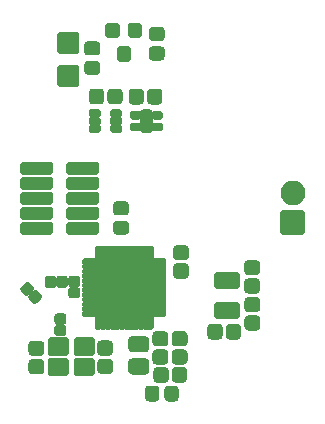
<source format=gts>
G04 #@! TF.GenerationSoftware,KiCad,Pcbnew,5.1.10*
G04 #@! TF.CreationDate,2021-11-09T15:36:01+02:00*
G04 #@! TF.ProjectId,PlantBuddy,506c616e-7442-4756-9464-792e6b696361,rev?*
G04 #@! TF.SameCoordinates,Original*
G04 #@! TF.FileFunction,Soldermask,Top*
G04 #@! TF.FilePolarity,Negative*
%FSLAX46Y46*%
G04 Gerber Fmt 4.6, Leading zero omitted, Abs format (unit mm)*
G04 Created by KiCad (PCBNEW 5.1.10) date 2021-11-09 15:36:01*
%MOMM*%
%LPD*%
G01*
G04 APERTURE LIST*
%ADD10O,2.100000X2.100000*%
G04 APERTURE END LIST*
G36*
G01*
X59943080Y-53751171D02*
X59943080Y-52251171D01*
G75*
G02*
X60143080Y-52051171I200000J0D01*
G01*
X61643080Y-52051171D01*
G75*
G02*
X61843080Y-52251171I0J-200000D01*
G01*
X61843080Y-53751171D01*
G75*
G02*
X61643080Y-53951171I-200000J0D01*
G01*
X60143080Y-53951171D01*
G75*
G02*
X59943080Y-53751171I0J200000D01*
G01*
G37*
G36*
G01*
X59943080Y-50957171D02*
X59943080Y-49457171D01*
G75*
G02*
X60143080Y-49257171I200000J0D01*
G01*
X61643080Y-49257171D01*
G75*
G02*
X61843080Y-49457171I0J-200000D01*
G01*
X61843080Y-50957171D01*
G75*
G02*
X61643080Y-51157171I-200000J0D01*
G01*
X60143080Y-51157171D01*
G75*
G02*
X59943080Y-50957171I0J200000D01*
G01*
G37*
G36*
G01*
X63300080Y-51252171D02*
X62550080Y-51252171D01*
G75*
G02*
X62250080Y-50952171I0J300000D01*
G01*
X62250080Y-50352171D01*
G75*
G02*
X62550080Y-50052171I300000J0D01*
G01*
X63300080Y-50052171D01*
G75*
G02*
X63600080Y-50352171I0J-300000D01*
G01*
X63600080Y-50952171D01*
G75*
G02*
X63300080Y-51252171I-300000J0D01*
G01*
G37*
G36*
G01*
X63300080Y-52902171D02*
X62550080Y-52902171D01*
G75*
G02*
X62250080Y-52602171I0J300000D01*
G01*
X62250080Y-52002171D01*
G75*
G02*
X62550080Y-51702171I300000J0D01*
G01*
X63300080Y-51702171D01*
G75*
G02*
X63600080Y-52002171I0J-300000D01*
G01*
X63600080Y-52602171D01*
G75*
G02*
X63300080Y-52902171I-300000J0D01*
G01*
G37*
D10*
X79892280Y-62856371D03*
G36*
G01*
X80942280Y-64546371D02*
X80942280Y-66246371D01*
G75*
G02*
X80742280Y-66446371I-200000J0D01*
G01*
X79042280Y-66446371D01*
G75*
G02*
X78842280Y-66246371I0J200000D01*
G01*
X78842280Y-64546371D01*
G75*
G02*
X79042280Y-64346371I200000J0D01*
G01*
X80742280Y-64346371D01*
G75*
G02*
X80942280Y-64546371I0J-200000D01*
G01*
G37*
G36*
G01*
X60502680Y-74057771D02*
X59962680Y-74057771D01*
G75*
G02*
X59722680Y-73817771I0J240000D01*
G01*
X59722680Y-73337771D01*
G75*
G02*
X59962680Y-73097771I240000J0D01*
G01*
X60502680Y-73097771D01*
G75*
G02*
X60742680Y-73337771I0J-240000D01*
G01*
X60742680Y-73817771D01*
G75*
G02*
X60502680Y-74057771I-240000J0D01*
G01*
G37*
G36*
G01*
X60502680Y-75017771D02*
X59962680Y-75017771D01*
G75*
G02*
X59722680Y-74777771I0J240000D01*
G01*
X59722680Y-74297771D01*
G75*
G02*
X59962680Y-74057771I240000J0D01*
G01*
X60502680Y-74057771D01*
G75*
G02*
X60742680Y-74297771I0J-240000D01*
G01*
X60742680Y-74777771D01*
G75*
G02*
X60502680Y-75017771I-240000J0D01*
G01*
G37*
G36*
G01*
X62643600Y-55076400D02*
X62643600Y-54376400D01*
G75*
G02*
X62968600Y-54051400I325000J0D01*
G01*
X63618600Y-54051400D01*
G75*
G02*
X63943600Y-54376400I0J-325000D01*
G01*
X63943600Y-55076400D01*
G75*
G02*
X63618600Y-55401400I-325000J0D01*
G01*
X62968600Y-55401400D01*
G75*
G02*
X62643600Y-55076400I0J325000D01*
G01*
G37*
G36*
G01*
X64193600Y-55076400D02*
X64193600Y-54376400D01*
G75*
G02*
X64518600Y-54051400I325000J0D01*
G01*
X65168600Y-54051400D01*
G75*
G02*
X65493600Y-54376400I0J-325000D01*
G01*
X65493600Y-55076400D01*
G75*
G02*
X65168600Y-55401400I-325000J0D01*
G01*
X64518600Y-55401400D01*
G75*
G02*
X64193600Y-55076400I0J325000D01*
G01*
G37*
G36*
G01*
X70954080Y-77949571D02*
X70954080Y-78649571D01*
G75*
G02*
X70629080Y-78974571I-325000J0D01*
G01*
X69979080Y-78974571D01*
G75*
G02*
X69654080Y-78649571I0J325000D01*
G01*
X69654080Y-77949571D01*
G75*
G02*
X69979080Y-77624571I325000J0D01*
G01*
X70629080Y-77624571D01*
G75*
G02*
X70954080Y-77949571I0J-325000D01*
G01*
G37*
G36*
G01*
X69404080Y-77949571D02*
X69404080Y-78649571D01*
G75*
G02*
X69079080Y-78974571I-325000J0D01*
G01*
X68429080Y-78974571D01*
G75*
G02*
X68104080Y-78649571I0J325000D01*
G01*
X68104080Y-77949571D01*
G75*
G02*
X68429080Y-77624571I325000J0D01*
G01*
X69079080Y-77624571D01*
G75*
G02*
X69404080Y-77949571I0J-325000D01*
G01*
G37*
G36*
G01*
X69966480Y-74588571D02*
X70666480Y-74588571D01*
G75*
G02*
X70991480Y-74913571I0J-325000D01*
G01*
X70991480Y-75563571D01*
G75*
G02*
X70666480Y-75888571I-325000J0D01*
G01*
X69966480Y-75888571D01*
G75*
G02*
X69641480Y-75563571I0J325000D01*
G01*
X69641480Y-74913571D01*
G75*
G02*
X69966480Y-74588571I325000J0D01*
G01*
G37*
G36*
G01*
X69966480Y-76138571D02*
X70666480Y-76138571D01*
G75*
G02*
X70991480Y-76463571I0J-325000D01*
G01*
X70991480Y-77113571D01*
G75*
G02*
X70666480Y-77438571I-325000J0D01*
G01*
X69966480Y-77438571D01*
G75*
G02*
X69641480Y-77113571I0J325000D01*
G01*
X69641480Y-76463571D01*
G75*
G02*
X69966480Y-76138571I325000J0D01*
G01*
G37*
G36*
G01*
X76138680Y-71692971D02*
X76838680Y-71692971D01*
G75*
G02*
X77163680Y-72017971I0J-325000D01*
G01*
X77163680Y-72667971D01*
G75*
G02*
X76838680Y-72992971I-325000J0D01*
G01*
X76138680Y-72992971D01*
G75*
G02*
X75813680Y-72667971I0J325000D01*
G01*
X75813680Y-72017971D01*
G75*
G02*
X76138680Y-71692971I325000J0D01*
G01*
G37*
G36*
G01*
X76138680Y-73242971D02*
X76838680Y-73242971D01*
G75*
G02*
X77163680Y-73567971I0J-325000D01*
G01*
X77163680Y-74217971D01*
G75*
G02*
X76838680Y-74542971I-325000J0D01*
G01*
X76138680Y-74542971D01*
G75*
G02*
X75813680Y-74217971I0J325000D01*
G01*
X75813680Y-73567971D01*
G75*
G02*
X76138680Y-73242971I325000J0D01*
G01*
G37*
G36*
G01*
X76813280Y-71418771D02*
X76113280Y-71418771D01*
G75*
G02*
X75788280Y-71093771I0J325000D01*
G01*
X75788280Y-70443771D01*
G75*
G02*
X76113280Y-70118771I325000J0D01*
G01*
X76813280Y-70118771D01*
G75*
G02*
X77138280Y-70443771I0J-325000D01*
G01*
X77138280Y-71093771D01*
G75*
G02*
X76813280Y-71418771I-325000J0D01*
G01*
G37*
G36*
G01*
X76813280Y-69868771D02*
X76113280Y-69868771D01*
G75*
G02*
X75788280Y-69543771I0J325000D01*
G01*
X75788280Y-68893771D01*
G75*
G02*
X76113280Y-68568771I325000J0D01*
G01*
X76813280Y-68568771D01*
G75*
G02*
X77138280Y-68893771I0J-325000D01*
G01*
X77138280Y-69543771D01*
G75*
G02*
X76813280Y-69868771I-325000J0D01*
G01*
G37*
G36*
G01*
X68340880Y-74588571D02*
X69040880Y-74588571D01*
G75*
G02*
X69365880Y-74913571I0J-325000D01*
G01*
X69365880Y-75563571D01*
G75*
G02*
X69040880Y-75888571I-325000J0D01*
G01*
X68340880Y-75888571D01*
G75*
G02*
X68015880Y-75563571I0J325000D01*
G01*
X68015880Y-74913571D01*
G75*
G02*
X68340880Y-74588571I325000J0D01*
G01*
G37*
G36*
G01*
X68340880Y-76138571D02*
X69040880Y-76138571D01*
G75*
G02*
X69365880Y-76463571I0J-325000D01*
G01*
X69365880Y-77113571D01*
G75*
G02*
X69040880Y-77438571I-325000J0D01*
G01*
X68340880Y-77438571D01*
G75*
G02*
X68015880Y-77113571I0J325000D01*
G01*
X68015880Y-76463571D01*
G75*
G02*
X68340880Y-76138571I325000J0D01*
G01*
G37*
G36*
G01*
X57850680Y-75401371D02*
X58550680Y-75401371D01*
G75*
G02*
X58875680Y-75726371I0J-325000D01*
G01*
X58875680Y-76376371D01*
G75*
G02*
X58550680Y-76701371I-325000J0D01*
G01*
X57850680Y-76701371D01*
G75*
G02*
X57525680Y-76376371I0J325000D01*
G01*
X57525680Y-75726371D01*
G75*
G02*
X57850680Y-75401371I325000J0D01*
G01*
G37*
G36*
G01*
X57850680Y-76951371D02*
X58550680Y-76951371D01*
G75*
G02*
X58875680Y-77276371I0J-325000D01*
G01*
X58875680Y-77926371D01*
G75*
G02*
X58550680Y-78251371I-325000J0D01*
G01*
X57850680Y-78251371D01*
G75*
G02*
X57525680Y-77926371I0J325000D01*
G01*
X57525680Y-77276371D01*
G75*
G02*
X57850680Y-76951371I325000J0D01*
G01*
G37*
G36*
G01*
X70093480Y-67298771D02*
X70793480Y-67298771D01*
G75*
G02*
X71118480Y-67623771I0J-325000D01*
G01*
X71118480Y-68273771D01*
G75*
G02*
X70793480Y-68598771I-325000J0D01*
G01*
X70093480Y-68598771D01*
G75*
G02*
X69768480Y-68273771I0J325000D01*
G01*
X69768480Y-67623771D01*
G75*
G02*
X70093480Y-67298771I325000J0D01*
G01*
G37*
G36*
G01*
X70093480Y-68848771D02*
X70793480Y-68848771D01*
G75*
G02*
X71118480Y-69173771I0J-325000D01*
G01*
X71118480Y-69823771D01*
G75*
G02*
X70793480Y-70148771I-325000J0D01*
G01*
X70093480Y-70148771D01*
G75*
G02*
X69768480Y-69823771I0J325000D01*
G01*
X69768480Y-69173771D01*
G75*
G02*
X70093480Y-68848771I325000J0D01*
G01*
G37*
G36*
G01*
X64367280Y-78225971D02*
X63667280Y-78225971D01*
G75*
G02*
X63342280Y-77900971I0J325000D01*
G01*
X63342280Y-77250971D01*
G75*
G02*
X63667280Y-76925971I325000J0D01*
G01*
X64367280Y-76925971D01*
G75*
G02*
X64692280Y-77250971I0J-325000D01*
G01*
X64692280Y-77900971D01*
G75*
G02*
X64367280Y-78225971I-325000J0D01*
G01*
G37*
G36*
G01*
X64367280Y-76675971D02*
X63667280Y-76675971D01*
G75*
G02*
X63342280Y-76350971I0J325000D01*
G01*
X63342280Y-75700971D01*
G75*
G02*
X63667280Y-75375971I325000J0D01*
G01*
X64367280Y-75375971D01*
G75*
G02*
X64692280Y-75700971I0J-325000D01*
G01*
X64692280Y-76350971D01*
G75*
G02*
X64367280Y-76675971I-325000J0D01*
G01*
G37*
G36*
G01*
X75526080Y-74291971D02*
X75526080Y-74991971D01*
G75*
G02*
X75201080Y-75316971I-325000J0D01*
G01*
X74551080Y-75316971D01*
G75*
G02*
X74226080Y-74991971I0J325000D01*
G01*
X74226080Y-74291971D01*
G75*
G02*
X74551080Y-73966971I325000J0D01*
G01*
X75201080Y-73966971D01*
G75*
G02*
X75526080Y-74291971I0J-325000D01*
G01*
G37*
G36*
G01*
X73976080Y-74291971D02*
X73976080Y-74991971D01*
G75*
G02*
X73651080Y-75316971I-325000J0D01*
G01*
X73001080Y-75316971D01*
G75*
G02*
X72676080Y-74991971I0J325000D01*
G01*
X72676080Y-74291971D01*
G75*
G02*
X73001080Y-73966971I325000J0D01*
G01*
X73651080Y-73966971D01*
G75*
G02*
X73976080Y-74291971I0J-325000D01*
G01*
G37*
G36*
G01*
X66009100Y-55078371D02*
X66009100Y-54378371D01*
G75*
G02*
X66334100Y-54053371I325000J0D01*
G01*
X66984100Y-54053371D01*
G75*
G02*
X67309100Y-54378371I0J-325000D01*
G01*
X67309100Y-55078371D01*
G75*
G02*
X66984100Y-55403371I-325000J0D01*
G01*
X66334100Y-55403371D01*
G75*
G02*
X66009100Y-55078371I0J325000D01*
G01*
G37*
G36*
G01*
X67559100Y-55078371D02*
X67559100Y-54378371D01*
G75*
G02*
X67884100Y-54053371I325000J0D01*
G01*
X68534100Y-54053371D01*
G75*
G02*
X68859100Y-54378371I0J-325000D01*
G01*
X68859100Y-55078371D01*
G75*
G02*
X68534100Y-55403371I-325000J0D01*
G01*
X67884100Y-55403371D01*
G75*
G02*
X67559100Y-55078371I0J325000D01*
G01*
G37*
G36*
G01*
X67392880Y-80249371D02*
X67392880Y-79499371D01*
G75*
G02*
X67692880Y-79199371I300000J0D01*
G01*
X68292880Y-79199371D01*
G75*
G02*
X68592880Y-79499371I0J-300000D01*
G01*
X68592880Y-80249371D01*
G75*
G02*
X68292880Y-80549371I-300000J0D01*
G01*
X67692880Y-80549371D01*
G75*
G02*
X67392880Y-80249371I0J300000D01*
G01*
G37*
G36*
G01*
X69042880Y-80249371D02*
X69042880Y-79499371D01*
G75*
G02*
X69342880Y-79199371I300000J0D01*
G01*
X69942880Y-79199371D01*
G75*
G02*
X70242880Y-79499371I0J-300000D01*
G01*
X70242880Y-80249371D01*
G75*
G02*
X69942880Y-80549371I-300000J0D01*
G01*
X69342880Y-80549371D01*
G75*
G02*
X69042880Y-80249371I0J300000D01*
G01*
G37*
G36*
G01*
X68011080Y-48832971D02*
X68761080Y-48832971D01*
G75*
G02*
X69061080Y-49132971I0J-300000D01*
G01*
X69061080Y-49732971D01*
G75*
G02*
X68761080Y-50032971I-300000J0D01*
G01*
X68011080Y-50032971D01*
G75*
G02*
X67711080Y-49732971I0J300000D01*
G01*
X67711080Y-49132971D01*
G75*
G02*
X68011080Y-48832971I300000J0D01*
G01*
G37*
G36*
G01*
X68011080Y-50482971D02*
X68761080Y-50482971D01*
G75*
G02*
X69061080Y-50782971I0J-300000D01*
G01*
X69061080Y-51382971D01*
G75*
G02*
X68761080Y-51682971I-300000J0D01*
G01*
X68011080Y-51682971D01*
G75*
G02*
X67711080Y-51382971I0J300000D01*
G01*
X67711080Y-50782971D01*
G75*
G02*
X68011080Y-50482971I300000J0D01*
G01*
G37*
G36*
G01*
X64988480Y-63590371D02*
X65738480Y-63590371D01*
G75*
G02*
X66038480Y-63890371I0J-300000D01*
G01*
X66038480Y-64490371D01*
G75*
G02*
X65738480Y-64790371I-300000J0D01*
G01*
X64988480Y-64790371D01*
G75*
G02*
X64688480Y-64490371I0J300000D01*
G01*
X64688480Y-63890371D01*
G75*
G02*
X64988480Y-63590371I300000J0D01*
G01*
G37*
G36*
G01*
X64988480Y-65240371D02*
X65738480Y-65240371D01*
G75*
G02*
X66038480Y-65540371I0J-300000D01*
G01*
X66038480Y-66140371D01*
G75*
G02*
X65738480Y-66440371I-300000J0D01*
G01*
X64988480Y-66440371D01*
G75*
G02*
X64688480Y-66140371I0J300000D01*
G01*
X64688480Y-65540371D01*
G75*
G02*
X64988480Y-65240371I300000J0D01*
G01*
G37*
G36*
G01*
X56822600Y-61177600D02*
X56822600Y-60437600D01*
G75*
G02*
X57022600Y-60237600I200000J0D01*
G01*
X59422600Y-60237600D01*
G75*
G02*
X59622600Y-60437600I0J-200000D01*
G01*
X59622600Y-61177600D01*
G75*
G02*
X59422600Y-61377600I-200000J0D01*
G01*
X57022600Y-61377600D01*
G75*
G02*
X56822600Y-61177600I0J200000D01*
G01*
G37*
G36*
G01*
X60722600Y-61177600D02*
X60722600Y-60437600D01*
G75*
G02*
X60922600Y-60237600I200000J0D01*
G01*
X63322600Y-60237600D01*
G75*
G02*
X63522600Y-60437600I0J-200000D01*
G01*
X63522600Y-61177600D01*
G75*
G02*
X63322600Y-61377600I-200000J0D01*
G01*
X60922600Y-61377600D01*
G75*
G02*
X60722600Y-61177600I0J200000D01*
G01*
G37*
G36*
G01*
X56822600Y-62447600D02*
X56822600Y-61707600D01*
G75*
G02*
X57022600Y-61507600I200000J0D01*
G01*
X59422600Y-61507600D01*
G75*
G02*
X59622600Y-61707600I0J-200000D01*
G01*
X59622600Y-62447600D01*
G75*
G02*
X59422600Y-62647600I-200000J0D01*
G01*
X57022600Y-62647600D01*
G75*
G02*
X56822600Y-62447600I0J200000D01*
G01*
G37*
G36*
G01*
X60722600Y-62447600D02*
X60722600Y-61707600D01*
G75*
G02*
X60922600Y-61507600I200000J0D01*
G01*
X63322600Y-61507600D01*
G75*
G02*
X63522600Y-61707600I0J-200000D01*
G01*
X63522600Y-62447600D01*
G75*
G02*
X63322600Y-62647600I-200000J0D01*
G01*
X60922600Y-62647600D01*
G75*
G02*
X60722600Y-62447600I0J200000D01*
G01*
G37*
G36*
G01*
X56822600Y-63717600D02*
X56822600Y-62977600D01*
G75*
G02*
X57022600Y-62777600I200000J0D01*
G01*
X59422600Y-62777600D01*
G75*
G02*
X59622600Y-62977600I0J-200000D01*
G01*
X59622600Y-63717600D01*
G75*
G02*
X59422600Y-63917600I-200000J0D01*
G01*
X57022600Y-63917600D01*
G75*
G02*
X56822600Y-63717600I0J200000D01*
G01*
G37*
G36*
G01*
X60722600Y-63717600D02*
X60722600Y-62977600D01*
G75*
G02*
X60922600Y-62777600I200000J0D01*
G01*
X63322600Y-62777600D01*
G75*
G02*
X63522600Y-62977600I0J-200000D01*
G01*
X63522600Y-63717600D01*
G75*
G02*
X63322600Y-63917600I-200000J0D01*
G01*
X60922600Y-63917600D01*
G75*
G02*
X60722600Y-63717600I0J200000D01*
G01*
G37*
G36*
G01*
X56822600Y-64987600D02*
X56822600Y-64247600D01*
G75*
G02*
X57022600Y-64047600I200000J0D01*
G01*
X59422600Y-64047600D01*
G75*
G02*
X59622600Y-64247600I0J-200000D01*
G01*
X59622600Y-64987600D01*
G75*
G02*
X59422600Y-65187600I-200000J0D01*
G01*
X57022600Y-65187600D01*
G75*
G02*
X56822600Y-64987600I0J200000D01*
G01*
G37*
G36*
G01*
X60722600Y-64987600D02*
X60722600Y-64247600D01*
G75*
G02*
X60922600Y-64047600I200000J0D01*
G01*
X63322600Y-64047600D01*
G75*
G02*
X63522600Y-64247600I0J-200000D01*
G01*
X63522600Y-64987600D01*
G75*
G02*
X63322600Y-65187600I-200000J0D01*
G01*
X60922600Y-65187600D01*
G75*
G02*
X60722600Y-64987600I0J200000D01*
G01*
G37*
G36*
G01*
X56822600Y-66257600D02*
X56822600Y-65517600D01*
G75*
G02*
X57022600Y-65317600I200000J0D01*
G01*
X59422600Y-65317600D01*
G75*
G02*
X59622600Y-65517600I0J-200000D01*
G01*
X59622600Y-66257600D01*
G75*
G02*
X59422600Y-66457600I-200000J0D01*
G01*
X57022600Y-66457600D01*
G75*
G02*
X56822600Y-66257600I0J200000D01*
G01*
G37*
G36*
G01*
X60722600Y-66257600D02*
X60722600Y-65517600D01*
G75*
G02*
X60922600Y-65317600I200000J0D01*
G01*
X63322600Y-65317600D01*
G75*
G02*
X63522600Y-65517600I0J-200000D01*
G01*
X63522600Y-66257600D01*
G75*
G02*
X63322600Y-66457600I-200000J0D01*
G01*
X60922600Y-66457600D01*
G75*
G02*
X60722600Y-66257600I0J200000D01*
G01*
G37*
G36*
G01*
X66142080Y-48480971D02*
X66942080Y-48480971D01*
G75*
G02*
X67142080Y-48680971I0J-200000D01*
G01*
X67142080Y-49580971D01*
G75*
G02*
X66942080Y-49780971I-200000J0D01*
G01*
X66142080Y-49780971D01*
G75*
G02*
X65942080Y-49580971I0J200000D01*
G01*
X65942080Y-48680971D01*
G75*
G02*
X66142080Y-48480971I200000J0D01*
G01*
G37*
G36*
G01*
X64242080Y-48480971D02*
X65042080Y-48480971D01*
G75*
G02*
X65242080Y-48680971I0J-200000D01*
G01*
X65242080Y-49580971D01*
G75*
G02*
X65042080Y-49780971I-200000J0D01*
G01*
X64242080Y-49780971D01*
G75*
G02*
X64042080Y-49580971I0J200000D01*
G01*
X64042080Y-48680971D01*
G75*
G02*
X64242080Y-48480971I200000J0D01*
G01*
G37*
G36*
G01*
X65192080Y-50480971D02*
X65992080Y-50480971D01*
G75*
G02*
X66192080Y-50680971I0J-200000D01*
G01*
X66192080Y-51580971D01*
G75*
G02*
X65992080Y-51780971I-200000J0D01*
G01*
X65192080Y-51780971D01*
G75*
G02*
X64992080Y-51580971I0J200000D01*
G01*
X64992080Y-50680971D01*
G75*
G02*
X65192080Y-50480971I200000J0D01*
G01*
G37*
G36*
G01*
X62618200Y-56334200D02*
X62618200Y-55984200D01*
G75*
G02*
X62793200Y-55809200I175000J0D01*
G01*
X63493200Y-55809200D01*
G75*
G02*
X63668200Y-55984200I0J-175000D01*
G01*
X63668200Y-56334200D01*
G75*
G02*
X63493200Y-56509200I-175000J0D01*
G01*
X62793200Y-56509200D01*
G75*
G02*
X62618200Y-56334200I0J175000D01*
G01*
G37*
G36*
G01*
X62618200Y-56984200D02*
X62618200Y-56634200D01*
G75*
G02*
X62793200Y-56459200I175000J0D01*
G01*
X63493200Y-56459200D01*
G75*
G02*
X63668200Y-56634200I0J-175000D01*
G01*
X63668200Y-56984200D01*
G75*
G02*
X63493200Y-57159200I-175000J0D01*
G01*
X62793200Y-57159200D01*
G75*
G02*
X62618200Y-56984200I0J175000D01*
G01*
G37*
G36*
G01*
X62618200Y-57634200D02*
X62618200Y-57284200D01*
G75*
G02*
X62793200Y-57109200I175000J0D01*
G01*
X63493200Y-57109200D01*
G75*
G02*
X63668200Y-57284200I0J-175000D01*
G01*
X63668200Y-57634200D01*
G75*
G02*
X63493200Y-57809200I-175000J0D01*
G01*
X62793200Y-57809200D01*
G75*
G02*
X62618200Y-57634200I0J175000D01*
G01*
G37*
G36*
G01*
X64418200Y-57634200D02*
X64418200Y-57284200D01*
G75*
G02*
X64593200Y-57109200I175000J0D01*
G01*
X65293200Y-57109200D01*
G75*
G02*
X65468200Y-57284200I0J-175000D01*
G01*
X65468200Y-57634200D01*
G75*
G02*
X65293200Y-57809200I-175000J0D01*
G01*
X64593200Y-57809200D01*
G75*
G02*
X64418200Y-57634200I0J175000D01*
G01*
G37*
G36*
G01*
X64418200Y-56984200D02*
X64418200Y-56634200D01*
G75*
G02*
X64593200Y-56459200I175000J0D01*
G01*
X65293200Y-56459200D01*
G75*
G02*
X65468200Y-56634200I0J-175000D01*
G01*
X65468200Y-56984200D01*
G75*
G02*
X65293200Y-57159200I-175000J0D01*
G01*
X64593200Y-57159200D01*
G75*
G02*
X64418200Y-56984200I0J175000D01*
G01*
G37*
G36*
G01*
X64418200Y-56334200D02*
X64418200Y-55984200D01*
G75*
G02*
X64593200Y-55809200I175000J0D01*
G01*
X65293200Y-55809200D01*
G75*
G02*
X65468200Y-55984200I0J-175000D01*
G01*
X65468200Y-56334200D01*
G75*
G02*
X65293200Y-56509200I-175000J0D01*
G01*
X64593200Y-56509200D01*
G75*
G02*
X64418200Y-56334200I0J175000D01*
G01*
G37*
G36*
G01*
X69200100Y-72975600D02*
X69200100Y-73275600D01*
G75*
G02*
X69050100Y-73425600I-150000J0D01*
G01*
X68150100Y-73425600D01*
G75*
G02*
X68000100Y-73275600I0J150000D01*
G01*
X68000100Y-72975600D01*
G75*
G02*
X68150100Y-72825600I150000J0D01*
G01*
X69050100Y-72825600D01*
G75*
G02*
X69200100Y-72975600I0J-150000D01*
G01*
G37*
G36*
G01*
X69200100Y-72575600D02*
X69200100Y-72875600D01*
G75*
G02*
X69050100Y-73025600I-150000J0D01*
G01*
X68150100Y-73025600D01*
G75*
G02*
X68000100Y-72875600I0J150000D01*
G01*
X68000100Y-72575600D01*
G75*
G02*
X68150100Y-72425600I150000J0D01*
G01*
X69050100Y-72425600D01*
G75*
G02*
X69200100Y-72575600I0J-150000D01*
G01*
G37*
G36*
G01*
X69200100Y-72175600D02*
X69200100Y-72475600D01*
G75*
G02*
X69050100Y-72625600I-150000J0D01*
G01*
X68150100Y-72625600D01*
G75*
G02*
X68000100Y-72475600I0J150000D01*
G01*
X68000100Y-72175600D01*
G75*
G02*
X68150100Y-72025600I150000J0D01*
G01*
X69050100Y-72025600D01*
G75*
G02*
X69200100Y-72175600I0J-150000D01*
G01*
G37*
G36*
G01*
X69200100Y-71775600D02*
X69200100Y-72075600D01*
G75*
G02*
X69050100Y-72225600I-150000J0D01*
G01*
X68150100Y-72225600D01*
G75*
G02*
X68000100Y-72075600I0J150000D01*
G01*
X68000100Y-71775600D01*
G75*
G02*
X68150100Y-71625600I150000J0D01*
G01*
X69050100Y-71625600D01*
G75*
G02*
X69200100Y-71775600I0J-150000D01*
G01*
G37*
G36*
G01*
X69200100Y-71375600D02*
X69200100Y-71675600D01*
G75*
G02*
X69050100Y-71825600I-150000J0D01*
G01*
X68150100Y-71825600D01*
G75*
G02*
X68000100Y-71675600I0J150000D01*
G01*
X68000100Y-71375600D01*
G75*
G02*
X68150100Y-71225600I150000J0D01*
G01*
X69050100Y-71225600D01*
G75*
G02*
X69200100Y-71375600I0J-150000D01*
G01*
G37*
G36*
G01*
X69200100Y-70975600D02*
X69200100Y-71275600D01*
G75*
G02*
X69050100Y-71425600I-150000J0D01*
G01*
X68150100Y-71425600D01*
G75*
G02*
X68000100Y-71275600I0J150000D01*
G01*
X68000100Y-70975600D01*
G75*
G02*
X68150100Y-70825600I150000J0D01*
G01*
X69050100Y-70825600D01*
G75*
G02*
X69200100Y-70975600I0J-150000D01*
G01*
G37*
G36*
G01*
X69200100Y-70575600D02*
X69200100Y-70875600D01*
G75*
G02*
X69050100Y-71025600I-150000J0D01*
G01*
X68150100Y-71025600D01*
G75*
G02*
X68000100Y-70875600I0J150000D01*
G01*
X68000100Y-70575600D01*
G75*
G02*
X68150100Y-70425600I150000J0D01*
G01*
X69050100Y-70425600D01*
G75*
G02*
X69200100Y-70575600I0J-150000D01*
G01*
G37*
G36*
G01*
X69200100Y-70175600D02*
X69200100Y-70475600D01*
G75*
G02*
X69050100Y-70625600I-150000J0D01*
G01*
X68150100Y-70625600D01*
G75*
G02*
X68000100Y-70475600I0J150000D01*
G01*
X68000100Y-70175600D01*
G75*
G02*
X68150100Y-70025600I150000J0D01*
G01*
X69050100Y-70025600D01*
G75*
G02*
X69200100Y-70175600I0J-150000D01*
G01*
G37*
G36*
G01*
X69200100Y-69775600D02*
X69200100Y-70075600D01*
G75*
G02*
X69050100Y-70225600I-150000J0D01*
G01*
X68150100Y-70225600D01*
G75*
G02*
X68000100Y-70075600I0J150000D01*
G01*
X68000100Y-69775600D01*
G75*
G02*
X68150100Y-69625600I150000J0D01*
G01*
X69050100Y-69625600D01*
G75*
G02*
X69200100Y-69775600I0J-150000D01*
G01*
G37*
G36*
G01*
X69200100Y-69375600D02*
X69200100Y-69675600D01*
G75*
G02*
X69050100Y-69825600I-150000J0D01*
G01*
X68150100Y-69825600D01*
G75*
G02*
X68000100Y-69675600I0J150000D01*
G01*
X68000100Y-69375600D01*
G75*
G02*
X68150100Y-69225600I150000J0D01*
G01*
X69050100Y-69225600D01*
G75*
G02*
X69200100Y-69375600I0J-150000D01*
G01*
G37*
G36*
G01*
X69200100Y-68975600D02*
X69200100Y-69275600D01*
G75*
G02*
X69050100Y-69425600I-150000J0D01*
G01*
X68150100Y-69425600D01*
G75*
G02*
X68000100Y-69275600I0J150000D01*
G01*
X68000100Y-68975600D01*
G75*
G02*
X68150100Y-68825600I150000J0D01*
G01*
X69050100Y-68825600D01*
G75*
G02*
X69200100Y-68975600I0J-150000D01*
G01*
G37*
G36*
G01*
X69200100Y-68575600D02*
X69200100Y-68875600D01*
G75*
G02*
X69050100Y-69025600I-150000J0D01*
G01*
X68150100Y-69025600D01*
G75*
G02*
X68000100Y-68875600I0J150000D01*
G01*
X68000100Y-68575600D01*
G75*
G02*
X68150100Y-68425600I150000J0D01*
G01*
X69050100Y-68425600D01*
G75*
G02*
X69200100Y-68575600I0J-150000D01*
G01*
G37*
G36*
G01*
X68150100Y-67525600D02*
X68150100Y-68425600D01*
G75*
G02*
X68000100Y-68575600I-150000J0D01*
G01*
X67700100Y-68575600D01*
G75*
G02*
X67550100Y-68425600I0J150000D01*
G01*
X67550100Y-67525600D01*
G75*
G02*
X67700100Y-67375600I150000J0D01*
G01*
X68000100Y-67375600D01*
G75*
G02*
X68150100Y-67525600I0J-150000D01*
G01*
G37*
G36*
G01*
X67750100Y-67525600D02*
X67750100Y-68425600D01*
G75*
G02*
X67600100Y-68575600I-150000J0D01*
G01*
X67300100Y-68575600D01*
G75*
G02*
X67150100Y-68425600I0J150000D01*
G01*
X67150100Y-67525600D01*
G75*
G02*
X67300100Y-67375600I150000J0D01*
G01*
X67600100Y-67375600D01*
G75*
G02*
X67750100Y-67525600I0J-150000D01*
G01*
G37*
G36*
G01*
X67350100Y-67525600D02*
X67350100Y-68425600D01*
G75*
G02*
X67200100Y-68575600I-150000J0D01*
G01*
X66900100Y-68575600D01*
G75*
G02*
X66750100Y-68425600I0J150000D01*
G01*
X66750100Y-67525600D01*
G75*
G02*
X66900100Y-67375600I150000J0D01*
G01*
X67200100Y-67375600D01*
G75*
G02*
X67350100Y-67525600I0J-150000D01*
G01*
G37*
G36*
G01*
X66950100Y-67525600D02*
X66950100Y-68425600D01*
G75*
G02*
X66800100Y-68575600I-150000J0D01*
G01*
X66500100Y-68575600D01*
G75*
G02*
X66350100Y-68425600I0J150000D01*
G01*
X66350100Y-67525600D01*
G75*
G02*
X66500100Y-67375600I150000J0D01*
G01*
X66800100Y-67375600D01*
G75*
G02*
X66950100Y-67525600I0J-150000D01*
G01*
G37*
G36*
G01*
X66550100Y-67525600D02*
X66550100Y-68425600D01*
G75*
G02*
X66400100Y-68575600I-150000J0D01*
G01*
X66100100Y-68575600D01*
G75*
G02*
X65950100Y-68425600I0J150000D01*
G01*
X65950100Y-67525600D01*
G75*
G02*
X66100100Y-67375600I150000J0D01*
G01*
X66400100Y-67375600D01*
G75*
G02*
X66550100Y-67525600I0J-150000D01*
G01*
G37*
G36*
G01*
X66150100Y-67525600D02*
X66150100Y-68425600D01*
G75*
G02*
X66000100Y-68575600I-150000J0D01*
G01*
X65700100Y-68575600D01*
G75*
G02*
X65550100Y-68425600I0J150000D01*
G01*
X65550100Y-67525600D01*
G75*
G02*
X65700100Y-67375600I150000J0D01*
G01*
X66000100Y-67375600D01*
G75*
G02*
X66150100Y-67525600I0J-150000D01*
G01*
G37*
G36*
G01*
X65750100Y-67525600D02*
X65750100Y-68425600D01*
G75*
G02*
X65600100Y-68575600I-150000J0D01*
G01*
X65300100Y-68575600D01*
G75*
G02*
X65150100Y-68425600I0J150000D01*
G01*
X65150100Y-67525600D01*
G75*
G02*
X65300100Y-67375600I150000J0D01*
G01*
X65600100Y-67375600D01*
G75*
G02*
X65750100Y-67525600I0J-150000D01*
G01*
G37*
G36*
G01*
X65350100Y-67525600D02*
X65350100Y-68425600D01*
G75*
G02*
X65200100Y-68575600I-150000J0D01*
G01*
X64900100Y-68575600D01*
G75*
G02*
X64750100Y-68425600I0J150000D01*
G01*
X64750100Y-67525600D01*
G75*
G02*
X64900100Y-67375600I150000J0D01*
G01*
X65200100Y-67375600D01*
G75*
G02*
X65350100Y-67525600I0J-150000D01*
G01*
G37*
G36*
G01*
X64950100Y-67525600D02*
X64950100Y-68425600D01*
G75*
G02*
X64800100Y-68575600I-150000J0D01*
G01*
X64500100Y-68575600D01*
G75*
G02*
X64350100Y-68425600I0J150000D01*
G01*
X64350100Y-67525600D01*
G75*
G02*
X64500100Y-67375600I150000J0D01*
G01*
X64800100Y-67375600D01*
G75*
G02*
X64950100Y-67525600I0J-150000D01*
G01*
G37*
G36*
G01*
X64550100Y-67525600D02*
X64550100Y-68425600D01*
G75*
G02*
X64400100Y-68575600I-150000J0D01*
G01*
X64100100Y-68575600D01*
G75*
G02*
X63950100Y-68425600I0J150000D01*
G01*
X63950100Y-67525600D01*
G75*
G02*
X64100100Y-67375600I150000J0D01*
G01*
X64400100Y-67375600D01*
G75*
G02*
X64550100Y-67525600I0J-150000D01*
G01*
G37*
G36*
G01*
X64150100Y-67525600D02*
X64150100Y-68425600D01*
G75*
G02*
X64000100Y-68575600I-150000J0D01*
G01*
X63700100Y-68575600D01*
G75*
G02*
X63550100Y-68425600I0J150000D01*
G01*
X63550100Y-67525600D01*
G75*
G02*
X63700100Y-67375600I150000J0D01*
G01*
X64000100Y-67375600D01*
G75*
G02*
X64150100Y-67525600I0J-150000D01*
G01*
G37*
G36*
G01*
X63750100Y-67525600D02*
X63750100Y-68425600D01*
G75*
G02*
X63600100Y-68575600I-150000J0D01*
G01*
X63300100Y-68575600D01*
G75*
G02*
X63150100Y-68425600I0J150000D01*
G01*
X63150100Y-67525600D01*
G75*
G02*
X63300100Y-67375600I150000J0D01*
G01*
X63600100Y-67375600D01*
G75*
G02*
X63750100Y-67525600I0J-150000D01*
G01*
G37*
G36*
G01*
X63300100Y-68575600D02*
X63300100Y-68875600D01*
G75*
G02*
X63150100Y-69025600I-150000J0D01*
G01*
X62250100Y-69025600D01*
G75*
G02*
X62100100Y-68875600I0J150000D01*
G01*
X62100100Y-68575600D01*
G75*
G02*
X62250100Y-68425600I150000J0D01*
G01*
X63150100Y-68425600D01*
G75*
G02*
X63300100Y-68575600I0J-150000D01*
G01*
G37*
G36*
G01*
X63300100Y-68975600D02*
X63300100Y-69275600D01*
G75*
G02*
X63150100Y-69425600I-150000J0D01*
G01*
X62250100Y-69425600D01*
G75*
G02*
X62100100Y-69275600I0J150000D01*
G01*
X62100100Y-68975600D01*
G75*
G02*
X62250100Y-68825600I150000J0D01*
G01*
X63150100Y-68825600D01*
G75*
G02*
X63300100Y-68975600I0J-150000D01*
G01*
G37*
G36*
G01*
X63300100Y-69375600D02*
X63300100Y-69675600D01*
G75*
G02*
X63150100Y-69825600I-150000J0D01*
G01*
X62250100Y-69825600D01*
G75*
G02*
X62100100Y-69675600I0J150000D01*
G01*
X62100100Y-69375600D01*
G75*
G02*
X62250100Y-69225600I150000J0D01*
G01*
X63150100Y-69225600D01*
G75*
G02*
X63300100Y-69375600I0J-150000D01*
G01*
G37*
G36*
G01*
X63300100Y-69775600D02*
X63300100Y-70075600D01*
G75*
G02*
X63150100Y-70225600I-150000J0D01*
G01*
X62250100Y-70225600D01*
G75*
G02*
X62100100Y-70075600I0J150000D01*
G01*
X62100100Y-69775600D01*
G75*
G02*
X62250100Y-69625600I150000J0D01*
G01*
X63150100Y-69625600D01*
G75*
G02*
X63300100Y-69775600I0J-150000D01*
G01*
G37*
G36*
G01*
X63300100Y-70175600D02*
X63300100Y-70475600D01*
G75*
G02*
X63150100Y-70625600I-150000J0D01*
G01*
X62250100Y-70625600D01*
G75*
G02*
X62100100Y-70475600I0J150000D01*
G01*
X62100100Y-70175600D01*
G75*
G02*
X62250100Y-70025600I150000J0D01*
G01*
X63150100Y-70025600D01*
G75*
G02*
X63300100Y-70175600I0J-150000D01*
G01*
G37*
G36*
G01*
X63300100Y-70575600D02*
X63300100Y-70875600D01*
G75*
G02*
X63150100Y-71025600I-150000J0D01*
G01*
X62250100Y-71025600D01*
G75*
G02*
X62100100Y-70875600I0J150000D01*
G01*
X62100100Y-70575600D01*
G75*
G02*
X62250100Y-70425600I150000J0D01*
G01*
X63150100Y-70425600D01*
G75*
G02*
X63300100Y-70575600I0J-150000D01*
G01*
G37*
G36*
G01*
X63300100Y-70975600D02*
X63300100Y-71275600D01*
G75*
G02*
X63150100Y-71425600I-150000J0D01*
G01*
X62250100Y-71425600D01*
G75*
G02*
X62100100Y-71275600I0J150000D01*
G01*
X62100100Y-70975600D01*
G75*
G02*
X62250100Y-70825600I150000J0D01*
G01*
X63150100Y-70825600D01*
G75*
G02*
X63300100Y-70975600I0J-150000D01*
G01*
G37*
G36*
G01*
X63300100Y-71375600D02*
X63300100Y-71675600D01*
G75*
G02*
X63150100Y-71825600I-150000J0D01*
G01*
X62250100Y-71825600D01*
G75*
G02*
X62100100Y-71675600I0J150000D01*
G01*
X62100100Y-71375600D01*
G75*
G02*
X62250100Y-71225600I150000J0D01*
G01*
X63150100Y-71225600D01*
G75*
G02*
X63300100Y-71375600I0J-150000D01*
G01*
G37*
G36*
G01*
X63300100Y-71775600D02*
X63300100Y-72075600D01*
G75*
G02*
X63150100Y-72225600I-150000J0D01*
G01*
X62250100Y-72225600D01*
G75*
G02*
X62100100Y-72075600I0J150000D01*
G01*
X62100100Y-71775600D01*
G75*
G02*
X62250100Y-71625600I150000J0D01*
G01*
X63150100Y-71625600D01*
G75*
G02*
X63300100Y-71775600I0J-150000D01*
G01*
G37*
G36*
G01*
X63300100Y-72175600D02*
X63300100Y-72475600D01*
G75*
G02*
X63150100Y-72625600I-150000J0D01*
G01*
X62250100Y-72625600D01*
G75*
G02*
X62100100Y-72475600I0J150000D01*
G01*
X62100100Y-72175600D01*
G75*
G02*
X62250100Y-72025600I150000J0D01*
G01*
X63150100Y-72025600D01*
G75*
G02*
X63300100Y-72175600I0J-150000D01*
G01*
G37*
G36*
G01*
X63300100Y-72575600D02*
X63300100Y-72875600D01*
G75*
G02*
X63150100Y-73025600I-150000J0D01*
G01*
X62250100Y-73025600D01*
G75*
G02*
X62100100Y-72875600I0J150000D01*
G01*
X62100100Y-72575600D01*
G75*
G02*
X62250100Y-72425600I150000J0D01*
G01*
X63150100Y-72425600D01*
G75*
G02*
X63300100Y-72575600I0J-150000D01*
G01*
G37*
G36*
G01*
X63300100Y-72975600D02*
X63300100Y-73275600D01*
G75*
G02*
X63150100Y-73425600I-150000J0D01*
G01*
X62250100Y-73425600D01*
G75*
G02*
X62100100Y-73275600I0J150000D01*
G01*
X62100100Y-72975600D01*
G75*
G02*
X62250100Y-72825600I150000J0D01*
G01*
X63150100Y-72825600D01*
G75*
G02*
X63300100Y-72975600I0J-150000D01*
G01*
G37*
G36*
G01*
X63750100Y-73425600D02*
X63750100Y-74325600D01*
G75*
G02*
X63600100Y-74475600I-150000J0D01*
G01*
X63300100Y-74475600D01*
G75*
G02*
X63150100Y-74325600I0J150000D01*
G01*
X63150100Y-73425600D01*
G75*
G02*
X63300100Y-73275600I150000J0D01*
G01*
X63600100Y-73275600D01*
G75*
G02*
X63750100Y-73425600I0J-150000D01*
G01*
G37*
G36*
G01*
X64150100Y-73425600D02*
X64150100Y-74325600D01*
G75*
G02*
X64000100Y-74475600I-150000J0D01*
G01*
X63700100Y-74475600D01*
G75*
G02*
X63550100Y-74325600I0J150000D01*
G01*
X63550100Y-73425600D01*
G75*
G02*
X63700100Y-73275600I150000J0D01*
G01*
X64000100Y-73275600D01*
G75*
G02*
X64150100Y-73425600I0J-150000D01*
G01*
G37*
G36*
G01*
X64550100Y-73425600D02*
X64550100Y-74325600D01*
G75*
G02*
X64400100Y-74475600I-150000J0D01*
G01*
X64100100Y-74475600D01*
G75*
G02*
X63950100Y-74325600I0J150000D01*
G01*
X63950100Y-73425600D01*
G75*
G02*
X64100100Y-73275600I150000J0D01*
G01*
X64400100Y-73275600D01*
G75*
G02*
X64550100Y-73425600I0J-150000D01*
G01*
G37*
G36*
G01*
X64950100Y-73425600D02*
X64950100Y-74325600D01*
G75*
G02*
X64800100Y-74475600I-150000J0D01*
G01*
X64500100Y-74475600D01*
G75*
G02*
X64350100Y-74325600I0J150000D01*
G01*
X64350100Y-73425600D01*
G75*
G02*
X64500100Y-73275600I150000J0D01*
G01*
X64800100Y-73275600D01*
G75*
G02*
X64950100Y-73425600I0J-150000D01*
G01*
G37*
G36*
G01*
X65350100Y-73425600D02*
X65350100Y-74325600D01*
G75*
G02*
X65200100Y-74475600I-150000J0D01*
G01*
X64900100Y-74475600D01*
G75*
G02*
X64750100Y-74325600I0J150000D01*
G01*
X64750100Y-73425600D01*
G75*
G02*
X64900100Y-73275600I150000J0D01*
G01*
X65200100Y-73275600D01*
G75*
G02*
X65350100Y-73425600I0J-150000D01*
G01*
G37*
G36*
G01*
X65750100Y-73425600D02*
X65750100Y-74325600D01*
G75*
G02*
X65600100Y-74475600I-150000J0D01*
G01*
X65300100Y-74475600D01*
G75*
G02*
X65150100Y-74325600I0J150000D01*
G01*
X65150100Y-73425600D01*
G75*
G02*
X65300100Y-73275600I150000J0D01*
G01*
X65600100Y-73275600D01*
G75*
G02*
X65750100Y-73425600I0J-150000D01*
G01*
G37*
G36*
G01*
X66150100Y-73425600D02*
X66150100Y-74325600D01*
G75*
G02*
X66000100Y-74475600I-150000J0D01*
G01*
X65700100Y-74475600D01*
G75*
G02*
X65550100Y-74325600I0J150000D01*
G01*
X65550100Y-73425600D01*
G75*
G02*
X65700100Y-73275600I150000J0D01*
G01*
X66000100Y-73275600D01*
G75*
G02*
X66150100Y-73425600I0J-150000D01*
G01*
G37*
G36*
G01*
X66550100Y-73425600D02*
X66550100Y-74325600D01*
G75*
G02*
X66400100Y-74475600I-150000J0D01*
G01*
X66100100Y-74475600D01*
G75*
G02*
X65950100Y-74325600I0J150000D01*
G01*
X65950100Y-73425600D01*
G75*
G02*
X66100100Y-73275600I150000J0D01*
G01*
X66400100Y-73275600D01*
G75*
G02*
X66550100Y-73425600I0J-150000D01*
G01*
G37*
G36*
G01*
X66950100Y-73425600D02*
X66950100Y-74325600D01*
G75*
G02*
X66800100Y-74475600I-150000J0D01*
G01*
X66500100Y-74475600D01*
G75*
G02*
X66350100Y-74325600I0J150000D01*
G01*
X66350100Y-73425600D01*
G75*
G02*
X66500100Y-73275600I150000J0D01*
G01*
X66800100Y-73275600D01*
G75*
G02*
X66950100Y-73425600I0J-150000D01*
G01*
G37*
G36*
G01*
X67350100Y-73425600D02*
X67350100Y-74325600D01*
G75*
G02*
X67200100Y-74475600I-150000J0D01*
G01*
X66900100Y-74475600D01*
G75*
G02*
X66750100Y-74325600I0J150000D01*
G01*
X66750100Y-73425600D01*
G75*
G02*
X66900100Y-73275600I150000J0D01*
G01*
X67200100Y-73275600D01*
G75*
G02*
X67350100Y-73425600I0J-150000D01*
G01*
G37*
G36*
G01*
X67750100Y-73425600D02*
X67750100Y-74325600D01*
G75*
G02*
X67600100Y-74475600I-150000J0D01*
G01*
X67300100Y-74475600D01*
G75*
G02*
X67150100Y-74325600I0J150000D01*
G01*
X67150100Y-73425600D01*
G75*
G02*
X67300100Y-73275600I150000J0D01*
G01*
X67600100Y-73275600D01*
G75*
G02*
X67750100Y-73425600I0J-150000D01*
G01*
G37*
G36*
G01*
X68150100Y-73425600D02*
X68150100Y-74325600D01*
G75*
G02*
X68000100Y-74475600I-150000J0D01*
G01*
X67700100Y-74475600D01*
G75*
G02*
X67550100Y-74325600I0J150000D01*
G01*
X67550100Y-73425600D01*
G75*
G02*
X67700100Y-73275600I150000J0D01*
G01*
X68000100Y-73275600D01*
G75*
G02*
X68150100Y-73425600I0J-150000D01*
G01*
G37*
G36*
G01*
X68150100Y-68625600D02*
X68150100Y-73225600D01*
G75*
G02*
X67950100Y-73425600I-200000J0D01*
G01*
X63350100Y-73425600D01*
G75*
G02*
X63150100Y-73225600I0J200000D01*
G01*
X63150100Y-68625600D01*
G75*
G02*
X63350100Y-68425600I200000J0D01*
G01*
X67950100Y-68425600D01*
G75*
G02*
X68150100Y-68625600I0J-200000D01*
G01*
G37*
G36*
G01*
X59867600Y-70696100D02*
X59867600Y-70151100D01*
G75*
G02*
X60115100Y-69903600I247500J0D01*
G01*
X60610100Y-69903600D01*
G75*
G02*
X60857600Y-70151100I0J-247500D01*
G01*
X60857600Y-70696100D01*
G75*
G02*
X60610100Y-70943600I-247500J0D01*
G01*
X60115100Y-70943600D01*
G75*
G02*
X59867600Y-70696100I0J247500D01*
G01*
G37*
G36*
G01*
X58897600Y-70696100D02*
X58897600Y-70151100D01*
G75*
G02*
X59145100Y-69903600I247500J0D01*
G01*
X59640100Y-69903600D01*
G75*
G02*
X59887600Y-70151100I0J-247500D01*
G01*
X59887600Y-70696100D01*
G75*
G02*
X59640100Y-70943600I-247500J0D01*
G01*
X59145100Y-70943600D01*
G75*
G02*
X58897600Y-70696100I0J247500D01*
G01*
G37*
G36*
G01*
X61131600Y-70868100D02*
X61671600Y-70868100D01*
G75*
G02*
X61911600Y-71108100I0J-240000D01*
G01*
X61911600Y-71588100D01*
G75*
G02*
X61671600Y-71828100I-240000J0D01*
G01*
X61131600Y-71828100D01*
G75*
G02*
X60891600Y-71588100I0J240000D01*
G01*
X60891600Y-71108100D01*
G75*
G02*
X61131600Y-70868100I240000J0D01*
G01*
G37*
G36*
G01*
X61131600Y-69908100D02*
X61671600Y-69908100D01*
G75*
G02*
X61911600Y-70148100I0J-240000D01*
G01*
X61911600Y-70628100D01*
G75*
G02*
X61671600Y-70868100I-240000J0D01*
G01*
X61131600Y-70868100D01*
G75*
G02*
X60891600Y-70628100I0J240000D01*
G01*
X60891600Y-70148100D01*
G75*
G02*
X61131600Y-69908100I240000J0D01*
G01*
G37*
G36*
G01*
X57559470Y-71555707D02*
X57941307Y-71173870D01*
G75*
G02*
X58280719Y-71173870I169706J-169706D01*
G01*
X58620130Y-71513281D01*
G75*
G02*
X58620130Y-71852693I-169706J-169706D01*
G01*
X58238293Y-72234530D01*
G75*
G02*
X57898881Y-72234530I-169706J169706D01*
G01*
X57559470Y-71895119D01*
G75*
G02*
X57559470Y-71555707I169706J169706D01*
G01*
G37*
G36*
G01*
X56880648Y-70876885D02*
X57262485Y-70495048D01*
G75*
G02*
X57601897Y-70495048I169706J-169706D01*
G01*
X57941308Y-70834459D01*
G75*
G02*
X57941308Y-71173871I-169706J-169706D01*
G01*
X57559471Y-71555708D01*
G75*
G02*
X57220059Y-71555708I-169706J169706D01*
G01*
X56880648Y-71216297D01*
G75*
G02*
X56880648Y-70876885I169706J169706D01*
G01*
G37*
G36*
G01*
X63147080Y-77025571D02*
X63147080Y-78225571D01*
G75*
G02*
X62947080Y-78425571I-200000J0D01*
G01*
X61547080Y-78425571D01*
G75*
G02*
X61347080Y-78225571I0J200000D01*
G01*
X61347080Y-77025571D01*
G75*
G02*
X61547080Y-76825571I200000J0D01*
G01*
X62947080Y-76825571D01*
G75*
G02*
X63147080Y-77025571I0J-200000D01*
G01*
G37*
G36*
G01*
X60947080Y-77025571D02*
X60947080Y-78225571D01*
G75*
G02*
X60747080Y-78425571I-200000J0D01*
G01*
X59347080Y-78425571D01*
G75*
G02*
X59147080Y-78225571I0J200000D01*
G01*
X59147080Y-77025571D01*
G75*
G02*
X59347080Y-76825571I200000J0D01*
G01*
X60747080Y-76825571D01*
G75*
G02*
X60947080Y-77025571I0J-200000D01*
G01*
G37*
G36*
G01*
X60947080Y-75325571D02*
X60947080Y-76525571D01*
G75*
G02*
X60747080Y-76725571I-200000J0D01*
G01*
X59347080Y-76725571D01*
G75*
G02*
X59147080Y-76525571I0J200000D01*
G01*
X59147080Y-75325571D01*
G75*
G02*
X59347080Y-75125571I200000J0D01*
G01*
X60747080Y-75125571D01*
G75*
G02*
X60947080Y-75325571I0J-200000D01*
G01*
G37*
G36*
G01*
X63147080Y-75325571D02*
X63147080Y-76525571D01*
G75*
G02*
X62947080Y-76725571I-200000J0D01*
G01*
X61547080Y-76725571D01*
G75*
G02*
X61347080Y-76525571I0J200000D01*
G01*
X61347080Y-75325571D01*
G75*
G02*
X61547080Y-75125571I200000J0D01*
G01*
X62947080Y-75125571D01*
G75*
G02*
X63147080Y-75325571I0J-200000D01*
G01*
G37*
G36*
G01*
X75239200Y-73525800D02*
X73439200Y-73525800D01*
G75*
G02*
X73239200Y-73325800I0J200000D01*
G01*
X73239200Y-72325800D01*
G75*
G02*
X73439200Y-72125800I200000J0D01*
G01*
X75239200Y-72125800D01*
G75*
G02*
X75439200Y-72325800I0J-200000D01*
G01*
X75439200Y-73325800D01*
G75*
G02*
X75239200Y-73525800I-200000J0D01*
G01*
G37*
G36*
G01*
X75239200Y-71025800D02*
X73439200Y-71025800D01*
G75*
G02*
X73239200Y-70825800I0J200000D01*
G01*
X73239200Y-69825800D01*
G75*
G02*
X73439200Y-69625800I200000J0D01*
G01*
X75239200Y-69625800D01*
G75*
G02*
X75439200Y-69825800I0J-200000D01*
G01*
X75439200Y-70825800D01*
G75*
G02*
X75239200Y-71025800I-200000J0D01*
G01*
G37*
G36*
G01*
X67418850Y-76396600D02*
X66306350Y-76396600D01*
G75*
G02*
X65962600Y-76052850I0J343750D01*
G01*
X65962600Y-75365350D01*
G75*
G02*
X66306350Y-75021600I343750J0D01*
G01*
X67418850Y-75021600D01*
G75*
G02*
X67762600Y-75365350I0J-343750D01*
G01*
X67762600Y-76052850D01*
G75*
G02*
X67418850Y-76396600I-343750J0D01*
G01*
G37*
G36*
G01*
X67418850Y-78271600D02*
X66306350Y-78271600D01*
G75*
G02*
X65962600Y-77927850I0J343750D01*
G01*
X65962600Y-77240350D01*
G75*
G02*
X66306350Y-76896600I343750J0D01*
G01*
X67418850Y-76896600D01*
G75*
G02*
X67762600Y-77240350I0J-343750D01*
G01*
X67762600Y-77927850D01*
G75*
G02*
X67418850Y-78271600I-343750J0D01*
G01*
G37*
G36*
G01*
X66111600Y-56499900D02*
X66111600Y-56124900D01*
G75*
G02*
X66299100Y-55937400I187500J0D01*
G01*
X66874100Y-55937400D01*
G75*
G02*
X67061600Y-56124900I0J-187500D01*
G01*
X67061600Y-56499900D01*
G75*
G02*
X66874100Y-56687400I-187500J0D01*
G01*
X66299100Y-56687400D01*
G75*
G02*
X66111600Y-56499900I0J187500D01*
G01*
G37*
G36*
G01*
X66111600Y-57499900D02*
X66111600Y-57124900D01*
G75*
G02*
X66299100Y-56937400I187500J0D01*
G01*
X66874100Y-56937400D01*
G75*
G02*
X67061600Y-57124900I0J-187500D01*
G01*
X67061600Y-57499900D01*
G75*
G02*
X66874100Y-57687400I-187500J0D01*
G01*
X66299100Y-57687400D01*
G75*
G02*
X66111600Y-57499900I0J187500D01*
G01*
G37*
G36*
G01*
X67961600Y-57499900D02*
X67961600Y-57124900D01*
G75*
G02*
X68149100Y-56937400I187500J0D01*
G01*
X68724100Y-56937400D01*
G75*
G02*
X68911600Y-57124900I0J-187500D01*
G01*
X68911600Y-57499900D01*
G75*
G02*
X68724100Y-57687400I-187500J0D01*
G01*
X68149100Y-57687400D01*
G75*
G02*
X67961600Y-57499900I0J187500D01*
G01*
G37*
G36*
G01*
X67961600Y-56499900D02*
X67961600Y-56124900D01*
G75*
G02*
X68149100Y-55937400I187500J0D01*
G01*
X68724100Y-55937400D01*
G75*
G02*
X68911600Y-56124900I0J-187500D01*
G01*
X68911600Y-56499900D01*
G75*
G02*
X68724100Y-56687400I-187500J0D01*
G01*
X68149100Y-56687400D01*
G75*
G02*
X67961600Y-56499900I0J187500D01*
G01*
G37*
G36*
G01*
X66961600Y-57537400D02*
X66961600Y-56087400D01*
G75*
G02*
X67236600Y-55812400I275000J0D01*
G01*
X67786600Y-55812400D01*
G75*
G02*
X68061600Y-56087400I0J-275000D01*
G01*
X68061600Y-57537400D01*
G75*
G02*
X67786600Y-57812400I-275000J0D01*
G01*
X67236600Y-57812400D01*
G75*
G02*
X66961600Y-57537400I0J275000D01*
G01*
G37*
M02*

</source>
